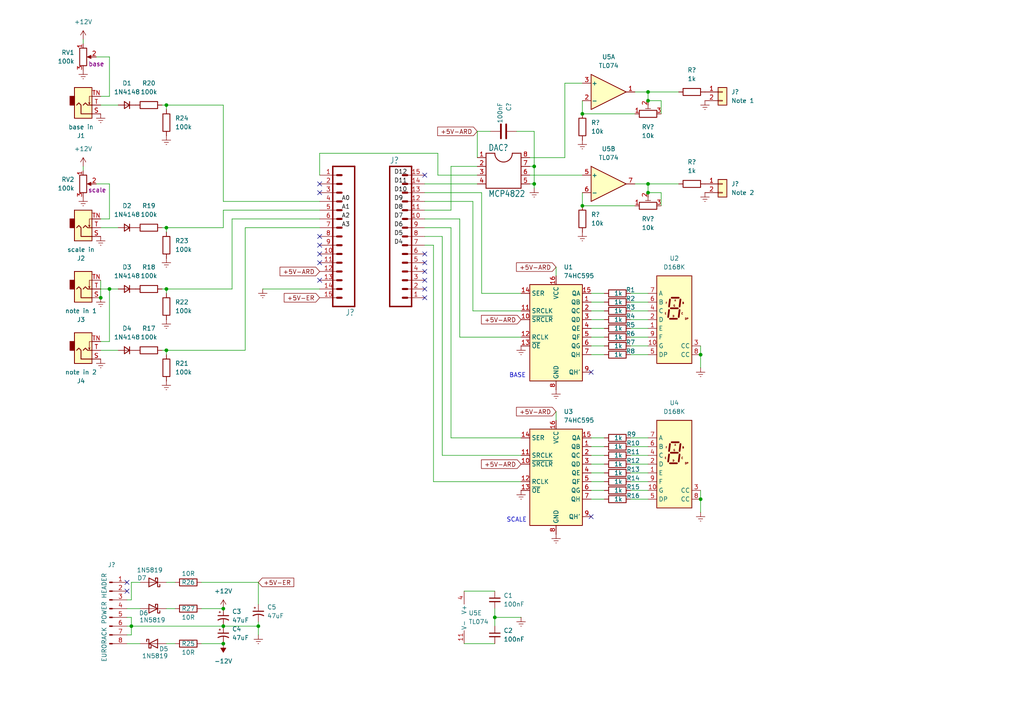
<source format=kicad_sch>
(kicad_sch (version 20231120) (generator "eeschema") (generator_version "8.0")
  (paper "A4")
  (lib_symbols
    (symbol "74xx:74HC595"
      (property "Reference" "U" (at -7.62 13.97 0))
      (property "Value" "74HC595" (at -7.62 -16.51 0))
      (symbol "74HC595_1_0"
        (pin tri_state line (at 10.16 7.62 180) (length 2.54) (name "QB") (number "1"))
        (pin input line (at -10.16 2.54 0) (length 2.54) (name "~{SRCLR}") (number "10"))
        (pin input line (at -10.16 5.08 0) (length 2.54) (name "SRCLK") (number "11"))
        (pin input line (at -10.16 -2.54 0) (length 2.54) (name "RCLK") (number "12"))
        (pin input line (at -10.16 -5.08 0) (length 2.54) (name "~{OE}") (number "13"))
        (pin input line (at -10.16 10.16 0) (length 2.54) (name "SER") (number "14"))
        (pin tri_state line (at 10.16 10.16 180) (length 2.54) (name "QA") (number "15"))
        (pin power_in line (at 0 15.24 270) (length 2.54) (name "VCC") (number "16"))
        (pin tri_state line (at 10.16 5.08 180) (length 2.54) (name "QC") (number "2"))
        (pin tri_state line (at 10.16 2.54 180) (length 2.54) (name "QD") (number "3"))
        (pin tri_state line (at 10.16 0 180) (length 2.54) (name "QE") (number "4"))
        (pin tri_state line (at 10.16 -2.54 180) (length 2.54) (name "QF") (number "5"))
        (pin tri_state line (at 10.16 -5.08 180) (length 2.54) (name "QG") (number "6"))
        (pin tri_state line (at 10.16 -7.62 180) (length 2.54) (name "QH") (number "7"))
        (pin power_in line (at 0 -17.78 90) (length 2.54) (name "GND") (number "8"))
        (pin output line (at 10.16 -12.7 180) (length 2.54) (name "QH'") (number "9"))
      )
    )
    (symbol "Amplifier_Operational:TL074" (pin_names (offset 0.127))
      (property "Reference" "U" (at 0 5.08 0))
      (property "Value" "TL074" (at 0 -5.08 0))
      (symbol "TL074_1_1"
        (pin output line (at 7.62 0 180) (length 2.54) (name "~") (number "1"))
        (pin input line (at -7.62 -2.54 0) (length 2.54) (name "-") (number "2"))
        (pin input line (at -7.62 2.54 0) (length 2.54) (name "+") (number "3"))
      )
      (symbol "TL074_2_1"
        (pin input line (at -7.62 2.54 0) (length 2.54) (name "+") (number "5"))
        (pin input line (at -7.62 -2.54 0) (length 2.54) (name "-") (number "6"))
        (pin output line (at 7.62 0 180) (length 2.54) (name "~") (number "7"))
      )
      (symbol "TL074_3_1"
        (pin input line (at -7.62 2.54 0) (length 2.54) (name "+") (number "10"))
        (pin output line (at 7.62 0 180) (length 2.54) (name "~") (number "8"))
        (pin input line (at -7.62 -2.54 0) (length 2.54) (name "-") (number "9"))
      )
      (symbol "TL074_4_1"
        (pin input line (at -7.62 2.54 0) (length 2.54) (name "+") (number "12"))
        (pin input line (at -7.62 -2.54 0) (length 2.54) (name "-") (number "13"))
        (pin output line (at 7.62 0 180) (length 2.54) (name "~") (number "14"))
      )
      (symbol "TL074_5_1"
        (pin power_in line (at -2.54 -7.62 90) (length 3.81) (name "V-") (number "11"))
        (pin power_in line (at -2.54 7.62 270) (length 3.81) (name "V+") (number "4"))
      )
    )
    (symbol "Connector:Conn_01x08_Pin" (pin_names (offset 1.016) hide)
      (property "Reference" "J" (at 0 10.16 0))
      (property "Value" "Conn_01x08_Pin" (at 0 -12.7 0))
      (symbol "Conn_01x08_Pin_1_1"
        (pin passive line (at 5.08 7.62 180) (length 3.81) (name "Pin_1") (number "1"))
        (pin passive line (at 5.08 5.08 180) (length 3.81) (name "Pin_2") (number "2"))
        (pin passive line (at 5.08 2.54 180) (length 3.81) (name "Pin_3") (number "3"))
        (pin passive line (at 5.08 0 180) (length 3.81) (name "Pin_4") (number "4"))
        (pin passive line (at 5.08 -2.54 180) (length 3.81) (name "Pin_5") (number "5"))
        (pin passive line (at 5.08 -5.08 180) (length 3.81) (name "Pin_6") (number "6"))
        (pin passive line (at 5.08 -7.62 180) (length 3.81) (name "Pin_7") (number "7"))
        (pin passive line (at 5.08 -10.16 180) (length 3.81) (name "Pin_8") (number "8"))
      )
    )
    (symbol "Connector_Audio:AudioJack2_SwitchT"
      (property "Reference" "J" (at 0 8.89 0))
      (property "Value" "AudioJack2_SwitchT" (at 0 6.35 0))
      (symbol "AudioJack2_SwitchT_1_1"
        (pin passive line (at 5.08 2.54 180) (length 2.54) (name "~") (number "S"))
        (pin passive line (at 5.08 0 180) (length 2.54) (name "~") (number "T"))
        (pin passive line (at 5.08 -2.54 180) (length 2.54) (name "~") (number "TN"))
      )
    )
    (symbol "Connector_Generic:Conn_01x02" (pin_names (offset 1.016) hide)
      (property "Reference" "J" (at 0 2.54 0))
      (property "Value" "Conn_01x02" (at 0 -5.08 0))
      (symbol "Conn_01x02_1_1"
        (pin passive line (at -5.08 0 0) (length 3.81) (name "Pin_1") (number "1"))
        (pin passive line (at -5.08 -2.54 0) (length 3.81) (name "Pin_2") (number "2"))
      )
    )
    (symbol "Device:C" (pin_numbers hide) (pin_names (offset 0.254))
      (property "Reference" "C" (at 0.635 2.54 0))
      (property "Value" "C" (at 0.635 -2.54 0))
      (symbol "C_1_1"
        (pin passive line (at 0 3.81 270) (length 2.794) (name "~") (number "1"))
        (pin passive line (at 0 -3.81 90) (length 2.794) (name "~") (number "2"))
      )
    )
    (symbol "Device:C_Polarized_Small_US" (pin_numbers hide) (pin_names (offset 0.254) hide)
      (property "Reference" "C" (at 0.254 1.778 0))
      (property "Value" "C_Polarized_Small_US" (at 0.254 -2.032 0))
      (symbol "C_Polarized_Small_US_1_1"
        (pin passive line (at 0 2.54 270) (length 2.032) (name "~") (number "1"))
        (pin passive line (at 0 -2.54 90) (length 2.032) (name "~") (number "2"))
      )
    )
    (symbol "Device:C_Small" (pin_numbers hide) (pin_names (offset 0.254) hide)
      (property "Reference" "C" (at 0.254 1.778 0))
      (property "Value" "C_Small" (at 0.254 -2.032 0))
      (symbol "C_Small_1_1"
        (pin passive line (at 0 2.54 270) (length 2.032) (name "~") (number "1"))
        (pin passive line (at 0 -2.54 90) (length 2.032) (name "~") (number "2"))
      )
    )
    (symbol "Device:D_Small" (pin_numbers hide) (pin_names (offset 0.254) hide)
      (property "Reference" "D" (at -1.27 2.032 0))
      (property "Value" "D_Small" (at -3.81 -2.032 0))
      (symbol "D_Small_1_1"
        (pin passive line (at -2.54 0 0) (length 1.778) (name "K") (number "1"))
        (pin passive line (at 2.54 0 180) (length 1.778) (name "A") (number "2"))
      )
    )
    (symbol "Device:R" (pin_numbers hide) (pin_names (offset 0))
      (property "Reference" "R" (at 2.032 0 90))
      (property "Value" "R" (at 0 0 90))
      (symbol "R_1_1"
        (pin passive line (at 0 3.81 270) (length 1.27) (name "~") (number "1"))
        (pin passive line (at 0 -3.81 90) (length 1.27) (name "~") (number "2"))
      )
    )
    (symbol "Device:R_Potentiometer" (pin_names (offset 1.016) hide)
      (property "Reference" "RV" (at -4.445 0 90))
      (property "Value" "R_Potentiometer" (at -2.54 0 90))
      (symbol "R_Potentiometer_1_1"
        (pin passive line (at 0 3.81 270) (length 1.27) (name "1") (number "1"))
        (pin passive line (at 3.81 0 180) (length 1.27) (name "2") (number "2"))
        (pin passive line (at 0 -3.81 90) (length 1.27) (name "3") (number "3"))
      )
    )
    (symbol "Device:R_Potentiometer_Trim" (pin_names (offset 1.016) hide)
      (property "Reference" "RV" (at -4.445 0 90))
      (property "Value" "R_Potentiometer_Trim" (at -2.54 0 90))
      (symbol "R_Potentiometer_Trim_1_1"
        (pin passive line (at 0 3.81 270) (length 1.27) (name "1") (number "1"))
        (pin passive line (at 3.81 0 180) (length 1.27) (name "2") (number "2"))
        (pin passive line (at 0 -3.81 90) (length 1.27) (name "3") (number "3"))
      )
    )
    (symbol "Diode:1N5819" (pin_numbers hide) (pin_names (offset 1.016) hide)
      (property "Reference" "D" (at 0 2.54 0))
      (property "Value" "1N5819" (at 0 -2.54 0))
      (symbol "1N5819_1_1"
        (pin passive line (at -3.81 0 0) (length 2.54) (name "K") (number "1"))
        (pin passive line (at 3.81 0 180) (length 2.54) (name "A") (number "2"))
      )
    )
    (symbol "Display_Character:D168K"
      (property "Reference" "U" (at -2.54 13.97 0))
      (property "Value" "D168K" (at 1.27 13.97 0))
      (symbol "D168K_0_0"
        (text "A" (at 0.254 5.588 0) (effects (font (size 0.508 0.508))))
        (text "B" (at 2.54 4.826 0) (effects (font (size 0.508 0.508))))
        (text "C" (at 2.286 1.778 0) (effects (font (size 0.508 0.508))))
        (text "D" (at -0.254 1.016 0) (effects (font (size 0.508 0.508))))
        (text "DP" (at 3.556 0.254 0) (effects (font (size 0.508 0.508))))
        (text "E" (at -2.54 1.778 0) (effects (font (size 0.508 0.508))))
        (text "F" (at -2.286 4.826 0) (effects (font (size 0.508 0.508))))
        (text "G" (at 0 4.064 0) (effects (font (size 0.508 0.508))))
      )
      (symbol "D168K_1_1"
        (pin input line (at -7.62 -2.54 0) (length 2.54) (name "E") (number "1"))
        (pin input line (at -7.62 -7.62 0) (length 2.54) (name "G") (number "10"))
        (pin input line (at -7.62 0 0) (length 2.54) (name "D") (number "2"))
        (pin input line (at 7.62 -7.62 180) (length 2.54) (name "CC") (number "3"))
        (pin input line (at -7.62 2.54 0) (length 2.54) (name "C") (number "4"))
        (pin input line (at -7.62 -10.16 0) (length 2.54) (name "DP") (number "5"))
        (pin input line (at -7.62 5.08 0) (length 2.54) (name "B") (number "6"))
        (pin input line (at -7.62 7.62 0) (length 2.54) (name "A") (number "7"))
        (pin input line (at 7.62 -10.16 180) (length 2.54) (name "CC") (number "8"))
        (pin input line (at -7.62 -5.08 0) (length 2.54) (name "F") (number "9"))
      )
    )
    (symbol "midi-to-cv-arduino-eagle-import:DIL8S"
      (property "Reference" "IC" (at -4.445 4.445 0))
      (symbol "DIL8S_1_0"
        (pin passive line (at -7.62 2.54 0) (length 2.54) (name "1") (number "1"))
        (pin passive line (at -7.62 0 0) (length 2.54) (name "2") (number "2"))
        (pin passive line (at -7.62 -2.54 0) (length 2.54) (name "3") (number "3"))
        (pin passive line (at -7.62 -5.08 0) (length 2.54) (name "4") (number "4"))
        (pin passive line (at 7.62 -5.08 180) (length 2.54) (name "5") (number "5"))
        (pin passive line (at 7.62 -2.54 180) (length 2.54) (name "6") (number "6"))
        (pin passive line (at 7.62 0 180) (length 2.54) (name "7") (number "7"))
        (pin passive line (at 7.62 2.54 180) (length 2.54) (name "8") (number "8"))
      )
    )
    (symbol "midi-to-cv-arduino-eagle-import:M15"
      (property "Reference" "J" (at 0 21.082 0))
      (symbol "M15_1_0"
        (pin passive line (at 10.16 -17.78 180) (length 5.08) (name "1") (number "1"))
        (pin passive line (at 10.16 5.08 180) (length 5.08) (name "10") (number "10"))
        (pin passive line (at 10.16 7.62 180) (length 5.08) (name "11") (number "11"))
        (pin passive line (at 10.16 10.16 180) (length 5.08) (name "12") (number "12"))
        (pin passive line (at 10.16 12.7 180) (length 5.08) (name "13") (number "13"))
        (pin passive line (at 10.16 15.24 180) (length 5.08) (name "14") (number "14"))
        (pin passive line (at 10.16 17.78 180) (length 5.08) (name "15") (number "15"))
        (pin passive line (at 10.16 -15.24 180) (length 5.08) (name "2") (number "2"))
        (pin passive line (at 10.16 -12.7 180) (length 5.08) (name "3") (number "3"))
        (pin passive line (at 10.16 -10.16 180) (length 5.08) (name "4") (number "4"))
        (pin passive line (at 10.16 -7.62 180) (length 5.08) (name "5") (number "5"))
        (pin passive line (at 10.16 -5.08 180) (length 5.08) (name "6") (number "6"))
        (pin passive line (at 10.16 -2.54 180) (length 5.08) (name "7") (number "7"))
        (pin passive line (at 10.16 0 180) (length 5.08) (name "8") (number "8"))
        (pin passive line (at 10.16 2.54 180) (length 5.08) (name "9") (number "9"))
      )
    )
    (symbol "power:+12V" (power) (pin_numbers hide) (pin_names (offset 0) hide)
      (property "Value" "+12V" (at 0 3.556 0))
      (symbol "+12V_1_1"
        (pin power_in line (at 0 0 90) (length 0) (name "~") (number "1"))
      )
    )
    (symbol "power:-12V" (power) (pin_numbers hide) (pin_names (offset 0) hide)
      (property "Value" "-12V" (at 0 3.556 0))
      (symbol "-12V_0_0"
        (pin power_in line (at 0 0 90) (length 0) (name "~") (number "1"))
      )
    )
    (symbol "power:GNDREF" (power) (pin_numbers hide) (pin_names (offset 0) hide)
      (property "Value" "GNDREF" (at 0 -3.81 0))
      (symbol "GNDREF_1_1"
        (pin power_in line (at 0 0 270) (length 0) (name "~") (number "1"))
      )
    )
  )
  (junction (at 38.1 181.61))
  (junction (at 187.96 53.34))
  (junction (at 64.77 186.69))
  (junction (at 154.94 48.26))
  (junction (at 29.21 86.36))
  (junction (at 48.26 66.04))
  (junction (at 187.96 26.67))
  (junction (at 168.91 59.69))
  (junction (at 64.77 181.61))
  (junction (at 203.2 144.78))
  (junction (at 48.26 83.82))
  (junction (at 64.77 176.53))
  (junction (at 187.96 29.21))
  (junction (at 203.2 102.87))
  (junction (at 31.75 83.82))
  (junction (at 168.91 33.02))
  (junction (at 48.26 101.6))
  (junction (at 187.96 55.88))
  (junction (at 74.93 181.61))
  (junction (at 154.94 53.34))
  (junction (at 48.26 30.48))
  (junction (at 143.51 179.07))
  (no_connect (at 123.19 81.28))
  (no_connect (at 123.19 50.8))
  (no_connect (at 92.71 68.58))
  (no_connect (at 171.45 107.95))
  (no_connect (at 36.83 171.45))
  (no_connect (at 123.19 83.82))
  (no_connect (at 92.71 71.12))
  (no_connect (at 92.71 73.66))
  (no_connect (at 171.45 149.86))
  (no_connect (at 92.71 55.88))
  (no_connect (at 123.19 73.66))
  (no_connect (at 36.83 168.91))
  (no_connect (at 123.19 78.74))
  (no_connect (at 92.71 53.34))
  (no_connect (at 92.71 81.28))
  (no_connect (at 123.19 76.2))
  (no_connect (at 123.19 86.36))
  (no_connect (at 92.71 76.2))
  (wire (pts (xy 151.13 85.09) (xy 139.7 85.09)))
  (wire (pts (xy 149.86 38.1) (xy 154.94 38.1)))
  (wire (pts (xy 187.96 29.21) (xy 191.77 29.21)))
  (wire (pts (xy 38.1 168.91) (xy 38.1 173.99)))
  (wire (pts (xy 191.77 29.21) (xy 191.77 33.02)))
  (wire (pts (xy 29.21 66.04) (xy 34.29 66.04)))
  (wire (pts (xy 130.81 48.26) (xy 130.81 60.96)) (stroke (width 0.1524)))
  (wire (pts (xy 127 44.45) (xy 92.71 44.45)) (stroke (width 0.1524)))
  (wire (pts (xy 128.27 132.08) (xy 128.27 68.58)))
  (wire (pts (xy 24.13 48.26) (xy 24.13 49.53)))
  (wire (pts (xy 24.13 11.43) (xy 24.13 12.7)))
  (wire (pts (xy 203.2 148.59) (xy 203.2 144.78)))
  (wire (pts (xy 187.96 100.33) (xy 182.88 100.33)))
  (wire (pts (xy 71.12 66.04) (xy 71.12 101.6)))
  (wire (pts (xy 154.94 38.1) (xy 154.94 48.26)))
  (wire (pts (xy 74.93 168.91) (xy 58.42 168.91)))
  (wire (pts (xy 154.94 48.26) (xy 154.94 53.34)))
  (wire (pts (xy 153.67 50.8) (xy 168.91 50.8)) (stroke (width 0.1524)))
  (wire (pts (xy 64.77 66.04) (xy 48.26 66.04)))
  (wire (pts (xy 38.1 181.61) (xy 64.77 181.61)))
  (wire (pts (xy 123.19 71.12) (xy 125.73 71.12)))
  (wire (pts (xy 29.21 99.06) (xy 31.75 99.06)))
  (wire (pts (xy 48.26 30.48) (xy 46.99 30.48)))
  (wire (pts (xy 187.96 132.08) (xy 182.88 132.08)))
  (wire (pts (xy 48.26 66.04) (xy 46.99 66.04)))
  (wire (pts (xy 175.26 92.71) (xy 171.45 92.71)))
  (wire (pts (xy 187.96 139.7) (xy 182.88 139.7)))
  (wire (pts (xy 187.96 137.16) (xy 182.88 137.16)))
  (wire (pts (xy 74.93 180.34) (xy 74.93 181.61)))
  (wire (pts (xy 154.94 54.61) (xy 154.94 53.34)))
  (wire (pts (xy 74.93 168.91) (xy 74.93 175.26)))
  (wire (pts (xy 127 50.8) (xy 127 44.45)) (stroke (width 0.1524)))
  (wire (pts (xy 161.29 119.38) (xy 161.29 121.92)))
  (wire (pts (xy 29.21 101.6) (xy 34.29 101.6)))
  (wire (pts (xy 175.26 129.54) (xy 171.45 129.54)))
  (wire (pts (xy 31.75 53.34) (xy 31.75 63.5)))
  (wire (pts (xy 38.1 184.15) (xy 36.83 184.15)))
  (wire (pts (xy 184.15 26.67) (xy 187.96 26.67)) (stroke (width 0.1524)))
  (wire (pts (xy 64.77 181.61) (xy 74.93 181.61)))
  (wire (pts (xy 175.26 87.63) (xy 171.45 87.63)))
  (wire (pts (xy 134.62 171.45) (xy 143.51 171.45)))
  (wire (pts (xy 31.75 63.5) (xy 29.21 63.5)))
  (wire (pts (xy 48.26 101.6) (xy 71.12 101.6)))
  (wire (pts (xy 38.1 179.07) (xy 36.83 179.07)))
  (wire (pts (xy 187.96 26.67) (xy 187.96 29.21)) (stroke (width 0.1524)))
  (wire (pts (xy 92.71 66.04) (xy 71.12 66.04)))
  (wire (pts (xy 38.1 173.99) (xy 36.83 173.99)))
  (wire (pts (xy 187.96 53.34) (xy 196.85 53.34)) (stroke (width 0.1524)))
  (wire (pts (xy 161.29 77.47) (xy 161.29 80.01)))
  (wire (pts (xy 187.96 127) (xy 182.88 127)))
  (wire (pts (xy 48.26 31.75) (xy 48.26 30.48)))
  (wire (pts (xy 175.26 90.17) (xy 171.45 90.17)))
  (wire (pts (xy 92.71 63.5) (xy 67.31 63.5)))
  (wire (pts (xy 137.16 90.17) (xy 137.16 58.42)))
  (wire (pts (xy 151.13 179.07) (xy 143.51 179.07)))
  (wire (pts (xy 64.77 60.96) (xy 64.77 66.04)))
  (wire (pts (xy 76.2 83.82) (xy 92.71 83.82)))
  (wire (pts (xy 29.21 27.94) (xy 31.75 27.94)))
  (wire (pts (xy 46.99 101.6) (xy 48.26 101.6)))
  (wire (pts (xy 48.26 67.31) (xy 48.26 66.04)))
  (wire (pts (xy 175.26 95.25) (xy 171.45 95.25)))
  (wire (pts (xy 133.35 63.5) (xy 123.19 63.5)))
  (wire (pts (xy 137.16 58.42) (xy 123.19 58.42)))
  (wire (pts (xy 163.83 45.72) (xy 153.67 45.72)) (stroke (width 0.1524)))
  (wire (pts (xy 133.35 97.79) (xy 133.35 63.5)))
  (wire (pts (xy 187.96 90.17) (xy 182.88 90.17)))
  (wire (pts (xy 187.96 134.62) (xy 182.88 134.62)))
  (wire (pts (xy 187.96 53.34) (xy 187.96 55.88)) (stroke (width 0.1524)))
  (wire (pts (xy 64.77 58.42) (xy 64.77 30.48)))
  (wire (pts (xy 29.21 30.48) (xy 34.29 30.48)))
  (wire (pts (xy 36.83 186.69) (xy 40.64 186.69)))
  (wire (pts (xy 187.96 55.88) (xy 191.77 55.88)))
  (wire (pts (xy 175.26 85.09) (xy 171.45 85.09)))
  (wire (pts (xy 143.51 179.07) (xy 143.51 176.53)))
  (wire (pts (xy 58.42 186.69) (xy 64.77 186.69)))
  (wire (pts (xy 27.94 16.51) (xy 31.75 16.51)))
  (wire (pts (xy 175.26 139.7) (xy 171.45 139.7)))
  (wire (pts (xy 139.7 85.09) (xy 139.7 55.88)))
  (wire (pts (xy 29.21 81.28) (xy 29.21 86.36)))
  (wire (pts (xy 138.43 38.1) (xy 142.24 38.1)))
  (wire (pts (xy 187.96 85.09) (xy 182.88 85.09)))
  (wire (pts (xy 153.67 53.34) (xy 154.94 53.34)) (stroke (width 0.1524)))
  (wire (pts (xy 168.91 33.02) (xy 168.91 29.21)) (stroke (width 0.1524)))
  (wire (pts (xy 175.26 127) (xy 171.45 127)))
  (wire (pts (xy 125.73 71.12) (xy 125.73 139.7)))
  (wire (pts (xy 138.43 38.1) (xy 138.43 45.72)) (stroke (width 0.1524)))
  (wire (pts (xy 134.62 186.69) (xy 143.51 186.69)))
  (wire (pts (xy 31.75 16.51) (xy 31.75 27.94)))
  (wire (pts (xy 139.7 55.88) (xy 123.19 55.88)))
  (wire (pts (xy 168.91 59.69) (xy 168.91 55.88)) (stroke (width 0.1524)))
  (wire (pts (xy 38.1 181.61) (xy 38.1 184.15)))
  (wire (pts (xy 163.83 24.13) (xy 168.91 24.13)) (stroke (width 0.1524)))
  (wire (pts (xy 187.96 102.87) (xy 182.88 102.87)))
  (wire (pts (xy 40.64 168.91) (xy 38.1 168.91)))
  (wire (pts (xy 187.96 95.25) (xy 182.88 95.25)))
  (wire (pts (xy 92.71 60.96) (xy 64.77 60.96)))
  (wire (pts (xy 184.15 59.69) (xy 168.91 59.69)) (stroke (width 0.1524)))
  (wire (pts (xy 175.26 132.08) (xy 171.45 132.08)))
  (wire (pts (xy 92.71 58.42) (xy 64.77 58.42)))
  (wire (pts (xy 191.77 55.88) (xy 191.77 59.69)))
  (wire (pts (xy 38.1 181.61) (xy 36.83 181.61)))
  (wire (pts (xy 151.13 97.79) (xy 133.35 97.79)))
  (wire (pts (xy 175.26 134.62) (xy 171.45 134.62)))
  (wire (pts (xy 184.15 53.34) (xy 187.96 53.34)) (stroke (width 0.1524)))
  (wire (pts (xy 74.93 184.15) (xy 74.93 181.61)))
  (wire (pts (xy 58.42 176.53) (xy 64.77 176.53)))
  (wire (pts (xy 143.51 179.07) (xy 143.51 181.61)))
  (wire (pts (xy 163.83 24.13) (xy 163.83 45.72)) (stroke (width 0.1524)))
  (wire (pts (xy 187.96 129.54) (xy 182.88 129.54)))
  (wire (pts (xy 48.26 83.82) (xy 46.99 83.82)))
  (wire (pts (xy 125.73 139.7) (xy 151.13 139.7)))
  (wire (pts (xy 48.26 168.91) (xy 50.8 168.91)))
  (wire (pts (xy 123.19 53.34) (xy 138.43 53.34)) (stroke (width 0.1524)))
  (wire (pts (xy 187.96 92.71) (xy 182.88 92.71)))
  (wire (pts (xy 175.26 100.33) (xy 171.45 100.33)))
  (wire (pts (xy 130.81 66.04) (xy 130.81 127)))
  (wire (pts (xy 67.31 83.82) (xy 48.26 83.82)))
  (wire (pts (xy 203.2 142.24) (xy 203.2 144.78)))
  (wire (pts (xy 138.43 48.26) (xy 130.81 48.26)) (stroke (width 0.1524)))
  (wire (pts (xy 31.75 83.82) (xy 31.75 99.06)))
  (wire (pts (xy 67.31 63.5) (xy 67.31 83.82)))
  (wire (pts (xy 151.13 132.08) (xy 128.27 132.08)))
  (wire (pts (xy 187.96 26.67) (xy 196.85 26.67)) (stroke (width 0.1524)))
  (wire (pts (xy 29.21 83.82) (xy 31.75 83.82)))
  (wire (pts (xy 48.26 85.09) (xy 48.26 83.82)))
  (wire (pts (xy 92.71 44.45) (xy 92.71 50.8)) (stroke (width 0.1524)))
  (wire (pts (xy 48.26 186.69) (xy 50.8 186.69)))
  (wire (pts (xy 36.83 176.53) (xy 40.64 176.53)))
  (wire (pts (xy 48.26 176.53) (xy 50.8 176.53)))
  (wire (pts (xy 175.26 97.79) (xy 171.45 97.79)))
  (wire (pts (xy 175.26 102.87) (xy 171.45 102.87)))
  (wire (pts (xy 151.13 90.17) (xy 137.16 90.17)))
  (wire (pts (xy 123.19 66.04) (xy 130.81 66.04)))
  (wire (pts (xy 38.1 179.07) (xy 38.1 181.61)))
  (wire (pts (xy 175.26 144.78) (xy 171.45 144.78)))
  (wire (pts (xy 27.94 53.34) (xy 31.75 53.34)))
  (wire (pts (xy 175.26 142.24) (xy 171.45 142.24)))
  (wire (pts (xy 187.96 142.24) (xy 182.88 142.24)))
  (wire (pts (xy 31.75 83.82) (xy 34.29 83.82)))
  (wire (pts (xy 130.81 60.96) (xy 123.19 60.96)) (stroke (width 0.1524)))
  (wire (pts (xy 184.15 33.02) (xy 168.91 33.02)) (stroke (width 0.1524)))
  (wire (pts (xy 130.81 127) (xy 151.13 127)))
  (wire (pts (xy 203.2 100.33) (xy 203.2 102.87)))
  (wire (pts (xy 175.26 137.16) (xy 171.45 137.16)))
  (wire (pts (xy 128.27 68.58) (xy 123.19 68.58)))
  (wire (pts (xy 153.67 48.26) (xy 154.94 48.26)))
  (wire (pts (xy 187.96 87.63) (xy 182.88 87.63)))
  (wire (pts (xy 64.77 30.48) (xy 48.26 30.48)))
  (wire (pts (xy 48.26 102.87) (xy 48.26 101.6)))
  (wire (pts (xy 187.96 144.78) (xy 182.88 144.78)))
  (wire (pts (xy 187.96 97.79) (xy 182.88 97.79)))
  (wire (pts (xy 127 50.8) (xy 138.43 50.8)) (stroke (width 0.1524)))
  (wire (pts (xy 203.2 106.68) (xy 203.2 102.87)))
  (text "SCALE" (at 149.86 150.876 0) (effects (font (size 1.27 1.27))))
  (text "BASE" (at 150.114 108.966 0) (effects (font (size 1.27 1.27))))
  (label "D11" (at 114.3 53.34 0) (effects (font (size 1.2446 1.2446))))
  (label "A3" (at 99.06 66.04 0) (effects (font (size 1.2446 1.2446))))
  (label "A2" (at 99.06 63.5 0) (effects (font (size 1.2446 1.2446))))
  (label "D12" (at 114.3 50.8 0) (effects (font (size 1.2446 1.2446))))
  (label "D4" (at 114.3 71.12 0) (effects (font (size 1.2446 1.2446))))
  (label "A1" (at 99.06 60.96 0) (effects (font (size 1.2446 1.2446))))
  (label "D6" (at 114.3 66.04 0) (effects (font (size 1.2446 1.2446))))
  (label "D8" (at 114.3 60.96 0) (effects (font (size 1.2446 1.2446))))
  (label "D7" (at 114.3 63.5 0) (effects (font (size 1.2446 1.2446))))
  (label "D9" (at 114.3 58.42 0) (effects (font (size 1.2446 1.2446))))
  (label "D5" (at 114.3 68.58 0) (effects (font (size 1.2446 1.2446))))
  (label "A0" (at 99.06 58.42 0) (effects (font (size 1.2446 1.2446))))
  (label "D10" (at 114.3 55.88 0) (effects (font (size 1.2446 1.2446))))
  (global_label "+5V-ARD" (shape input) (at 161.29 119.38 180) (property "Intersheetrefs" "${INTERSHEET_REFS}" (effects (hide yes))))
  (global_label "+5V-ARD" (shape input) (at 138.43 38.1 180) (property "Intersheetrefs" "${INTERSHEET_REFS}" (effects (hide yes))))
  (global_label "+5V-ER" (shape input) (at 74.93 168.91 0) (property "Intersheetrefs" "${INTERSHEET_REFS}" (effects (hide yes))))
  (global_label "+5V-ARD" (shape input) (at 92.71 78.74 180) (property "Intersheetrefs" "${INTERSHEET_REFS}" (effects (hide yes))))
  (global_label "+5V-ARD" (shape input) (at 161.29 77.47 180) (property "Intersheetrefs" "${INTERSHEET_REFS}" (effects (hide yes))))
  (global_label "+5V-ER" (shape input) (at 92.71 86.36 180) (property "Intersheetrefs" "${INTERSHEET_REFS}" (effects (hide yes))))
  (global_label "+5V-ARD" (shape input) (at 151.13 134.62 180) (property "Intersheetrefs" "${INTERSHEET_REFS}" (effects (hide yes))))
  (global_label "+5V-ARD" (shape input) (at 151.13 92.71 180) (property "Intersheetrefs" "${INTERSHEET_REFS}" (effects (hide yes))))
  (symbol (lib_id "Device:R") (at 179.07 127 90) (unit 1)
    (property "Reference" "R9" (at 183.134 125.984 90))
    (property "Value" "1k" (at 179.324 127 90))
    (property "Description" "Resistor" (effects (hide yes)))
  )
  (symbol (lib_id "Device:R") (at 48.26 71.12 180) (unit 1)
    (property "Reference" "R23" (at 50.8 69.8499 0) (effects (justify right)))
    (property "Value" "100k" (at 50.8 72.3899 0) (effects (justify right)))
    (property "Description" "Resistor" (effects (hide yes)))
  )
  (symbol (lib_id "Device:D_Small") (at 36.83 101.6 180) (unit 1)
    (property "Reference" "D4" (at 36.83 95.25 0))
    (property "Value" "1N4148" (at 36.83 97.79 0))
    (property "Description" "Diode, small symbol" (effects (hide yes)))
    (property "Sim.Device" "D" (effects (hide yes)))
    (property "Sim.Pins" "1=K 2=A" (effects (hide yes)))
  )
  (symbol (lib_id "Device:C_Small") (at 143.51 173.99 0) (unit 1)
    (property "Reference" "C1" (at 146.05 172.7262 0) (effects (justify left)))
    (property "Value" "100nF" (at 146.05 175.2662 0) (effects (justify left)))
    (property "Description" "Unpolarized capacitor, small symbol" (effects (hide yes)))
  )
  (symbol (lib_id "Connector_Generic:Conn_01x02") (at 209.55 53.34 0) (unit 1)
    (property "Reference" "J?" (at 212.09 53.3399 0) (effects (justify left)))
    (property "Value" "Note 2" (at 212.09 55.8799 0) (effects (justify left)))
    (property "Description" "Generic connector, single row, 01x02, script generated (kicad-library-utils/schlib/autogen/connector/)" (effects (hide yes)))
  )
  (symbol (lib_id "Device:R_Potentiometer_Trim") (at 187.96 59.69 90) (unit 1)
    (property "Reference" "RV?" (at 187.96 63.5 90))
    (property "Value" "10k" (at 187.96 66.04 90))
    (property "Description" "Trim-potentiometer" (effects (hide yes)))
  )
  (symbol (lib_id "power:GNDREF") (at 203.2 106.68 0) (unit 1)
    (property "Reference" "#PWR02" (effects (hide yes)))
    (property "Value" "GNDREF" (effects (hide yes)))
    (property "Description" "Power symbol creates a global label with name \"GNDREF\" , reference supply ground" (effects (hide yes)))
  )
  (symbol (lib_id "Device:R") (at 179.07 90.17 90) (unit 1)
    (property "Reference" "R3" (at 182.88 89.154 90))
    (property "Value" "1k" (at 179.324 90.17 90))
    (property "Description" "Resistor" (effects (hide yes)))
  )
  (symbol (lib_id "Device:R_Potentiometer_Trim") (at 187.96 33.02 90) (unit 1)
    (property "Reference" "RV?" (at 187.96 36.83 90))
    (property "Value" "10k" (at 187.96 39.37 90))
    (property "Description" "Trim-potentiometer" (effects (hide yes)))
  )
  (symbol (lib_id "Device:C") (at 146.05 38.1 270) (unit 1)
    (property "Reference" "C?" (at 147.574 29.718 0) (effects (justify left)))
    (property "Value" "100nF" (at 145.034 29.718 0) (effects (justify left)))
    (property "Description" "Unpolarized capacitor" (effects (hide yes)))
  )
  (symbol (lib_id "power:GNDREF") (at 161.29 113.03 0) (unit 1)
    (property "Reference" "#PWR01" (effects (hide yes)))
    (property "Value" "GNDREF" (effects (hide yes)))
    (property "Description" "Power symbol creates a global label with name \"GNDREF\" , reference supply ground" (effects (hide yes)))
  )
  (symbol (lib_id "Connector_Generic:Conn_01x02") (at 209.55 26.67 0) (unit 1)
    (property "Reference" "J?" (at 212.09 26.6699 0) (effects (justify left)))
    (property "Value" "Note 1" (at 212.09 29.2099 0) (effects (justify left)))
    (property "Description" "Generic connector, single row, 01x02, script generated (kicad-library-utils/schlib/autogen/connector/)" (effects (hide yes)))
  )
  (symbol (lib_id "power:GNDREF") (at 24.13 20.32 0) (unit 1)
    (property "Reference" "#PWR011" (effects (hide yes)))
    (property "Value" "GNDREF" (effects (hide yes)))
    (property "Description" "Power symbol creates a global label with name \"GNDREF\" , reference supply ground" (effects (hide yes)))
  )
  (symbol (lib_id "Device:R") (at 179.07 97.79 90) (unit 1)
    (property "Reference" "R6" (at 182.88 96.774 90))
    (property "Value" "1k" (at 179.324 97.79 90))
    (property "Description" "Resistor" (effects (hide yes)))
  )
  (symbol (lib_id "Device:D_Small") (at 36.83 30.48 180) (unit 1)
    (property "Reference" "D1" (at 36.83 24.13 0))
    (property "Value" "1N4148" (at 36.83 26.67 0))
    (property "Description" "Diode, small symbol" (effects (hide yes)))
    (property "Sim.Device" "D" (effects (hide yes)))
    (property "Sim.Pins" "1=K 2=A" (effects (hide yes)))
  )
  (symbol (lib_id "Diode:1N5819") (at 44.45 176.53 180) (unit 1)
    (property "Reference" "D6" (at 41.656 177.8 0))
    (property "Value" "1N5819" (at 44.196 179.832 0))
    (property "Footprint" "Diode_THT:D_DO-41_SOD81_P10.16mm_Horizontal" (effects (hide yes)))
    (property "Datasheet" "http://www.vishay.com/docs/88525/1n5817.pdf" (effects (hide yes)))
    (property "Description" "40V 1A Schottky Barrier Rectifier Diode, DO-41" (effects (hide yes)))
  )
  (symbol (lib_id "74xx:74HC595") (at 161.29 95.25 0) (unit 1)
    (property "Reference" "U1" (at 163.4841 77.47 0) (effects (justify left)))
    (property "Value" "74HC595" (at 163.4841 80.01 0) (effects (justify left)))
    (property "Datasheet" "http://www.ti.com/lit/ds/symlink/sn74hc595.pdf" (effects (hide yes)))
    (property "Description" "8-bit serial in/out Shift Register 3-State Outputs" (effects (hide yes)))
  )
  (symbol (lib_id "Device:R") (at 179.07 142.24 90) (unit 1)
    (property "Reference" "R15" (at 183.642 141.224 90))
    (property "Value" "1k" (at 179.324 142.24 90))
    (property "Description" "Resistor" (effects (hide yes)))
  )
  (symbol (lib_id "74xx:74HC595") (at 161.29 137.16 0) (unit 1)
    (property "Reference" "U3" (at 163.4841 119.38 0) (effects (justify left)))
    (property "Value" "74HC595" (at 163.4841 121.92 0) (effects (justify left)))
    (property "Datasheet" "http://www.ti.com/lit/ds/symlink/sn74hc595.pdf" (effects (hide yes)))
    (property "Description" "8-bit serial in/out Shift Register 3-State Outputs" (effects (hide yes)))
  )
  (symbol (lib_id "Diode:1N5819") (at 44.45 168.91 180) (unit 1)
    (property "Reference" "D7" (at 41.148 167.64 0))
    (property "Value" "1N5819" (at 43.434 165.354 0))
    (property "Footprint" "Diode_THT:D_DO-41_SOD81_P10.16mm_Horizontal" (effects (hide yes)))
    (property "Datasheet" "http://www.vishay.com/docs/88525/1n5817.pdf" (effects (hide yes)))
    (property "Description" "40V 1A Schottky Barrier Rectifier Diode, DO-41" (effects (hide yes)))
  )
  (symbol (lib_id "Device:R_Potentiometer") (at 24.13 16.51 0) (unit 1)
    (property "Reference" "RV1" (at 21.59 15.2399 0) (effects (justify right)))
    (property "Value" "100k" (at 21.59 17.7799 0) (effects (justify right)))
    (property "Description" "base" (at 27.94 18.542 0))
  )
  (symbol (lib_id "Device:R") (at 43.18 66.04 90) (unit 1)
    (property "Reference" "R19" (at 43.18 59.69 90))
    (property "Value" "100k" (at 43.18 62.23 90))
    (property "Description" "Resistor" (effects (hide yes)))
  )
  (symbol (lib_id "Device:R") (at 43.18 101.6 90) (unit 1)
    (property "Reference" "R17" (at 43.18 95.25 90))
    (property "Value" "100k" (at 43.18 97.79 90))
    (property "Description" "Resistor" (effects (hide yes)))
  )
  (symbol (lib_id "Device:D_Small") (at 36.83 83.82 180) (unit 1)
    (property "Reference" "D3" (at 36.83 77.47 0))
    (property "Value" "1N4148" (at 36.83 80.01 0))
    (property "Description" "Diode, small symbol" (effects (hide yes)))
    (property "Sim.Device" "D" (effects (hide yes)))
    (property "Sim.Pins" "1=K 2=A" (effects (hide yes)))
  )
  (symbol (lib_id "Device:D_Small") (at 36.83 66.04 180) (unit 1)
    (property "Reference" "D2" (at 36.83 59.69 0))
    (property "Value" "1N4148" (at 36.83 62.23 0))
    (property "Description" "Diode, small symbol" (effects (hide yes)))
    (property "Sim.Device" "D" (effects (hide yes)))
    (property "Sim.Pins" "1=K 2=A" (effects (hide yes)))
  )
  (symbol (lib_id "Connector_Audio:AudioJack2_SwitchT") (at 24.13 83.82 0) (mirror x) (unit 1)
    (property "Reference" "J3" (at 23.495 92.71 0))
    (property "Value" "note in 1" (at 23.495 90.17 0))
    (property "Description" "Audio Jack, 2 Poles (Mono / TS), Switched T Pole (Normalling)" (effects (hide yes)))
  )
  (symbol (lib_id "Device:R") (at 168.91 36.83 180) (unit 1)
    (property "Reference" "R?" (at 171.45 35.5599 0) (effects (justify right)))
    (property "Value" "10k" (at 171.45 38.0999 0) (effects (justify right)))
    (property "Description" "Resistor" (effects (hide yes)))
  )
  (symbol (lib_id "Connector_Audio:AudioJack2_SwitchT") (at 24.13 30.48 0) (mirror x) (unit 1)
    (property "Reference" "J1" (at 23.495 39.37 0))
    (property "Value" "base in" (at 23.495 36.83 0))
    (property "Description" "Audio Jack, 2 Poles (Mono / TS), Switched T Pole (Normalling)" (effects (hide yes)))
  )
  (symbol (lib_id "Device:R") (at 200.66 26.67 90) (unit 1)
    (property "Reference" "R?" (at 200.66 20.32 90))
    (property "Value" "1k" (at 200.66 22.86 90))
    (property "Description" "Resistor" (effects (hide yes)))
  )
  (symbol (lib_id "power:GNDREF") (at 151.13 179.07 0) (unit 1)
    (property "Reference" "#PWR020" (effects (hide yes)))
    (property "Value" "GNDREF" (effects (hide yes)))
    (property "Description" "Power symbol creates a global label with name \"GNDREF\" , reference supply ground" (effects (hide yes)))
  )
  (symbol (lib_id "Device:R") (at 179.07 134.62 90) (unit 1)
    (property "Reference" "R12" (at 183.642 133.604 90))
    (property "Value" "1k" (at 179.324 134.62 90))
    (property "Description" "Resistor" (effects (hide yes)))
  )
  (symbol (lib_id "Device:R") (at 179.07 102.87 90) (unit 1)
    (property "Reference" "R8" (at 182.88 101.854 90))
    (property "Value" "1k" (at 179.324 102.87 90))
    (property "Description" "Resistor" (effects (hide yes)))
  )
  (symbol (lib_id "Display_Character:D168K") (at 195.58 134.62 0) (unit 1)
    (property "Reference" "U4" (at 195.58 116.84 0))
    (property "Value" "D168K" (at 195.58 119.38 0))
    (property "Footprint" "Display_7Segment:D1X8K" (effects (hide yes)))
    (property "Datasheet" "https://ia800903.us.archive.org/24/items/CTKD1x8K/Cromatek%20D168K.pdf" (effects (hide yes)))
    (property "Description" "One digit 7 segment ultra bright red LED, low current, common cathode" (effects (hide yes)))
  )
  (symbol (lib_id "power:GNDREF") (at 74.93 184.15 0) (unit 1)
    (property "Reference" "#PWR023" (effects (hide yes)))
    (property "Value" "GNDREF" (effects (hide yes)))
    (property "Description" "Power symbol creates a global label with name \"GNDREF\" , reference supply ground" (effects (hide yes)))
  )
  (symbol (lib_id "power:GNDREF") (at 29.21 86.36 0) (unit 1)
    (property "Reference" "#PWR06" (effects (hide yes)))
    (property "Value" "GNDREF" (effects (hide yes)))
    (property "Description" "Power symbol creates a global label with name \"GNDREF\" , reference supply ground" (effects (hide yes)))
  )
  (symbol (lib_id "midi-to-cv-arduino-eagle-import:DIL8S") (at 146.05 48.26 0) (unit 1)
    (property "Reference" "DAC?" (at 141.605 43.815 0) (effects (font (size 1.778 1.5113)) (justify left bottom)))
    (property "Value" "MCP4822" (at 141.605 57.15 0) (effects (font (size 1.778 1.5113)) (justify left bottom)))
    (property "Footprint" "midi-to-cv-arduino:SOCKET-08" (effects (hide yes)))
  )
  (symbol (lib_id "Device:R") (at 48.26 88.9 180) (unit 1)
    (property "Reference" "R22" (at 50.8 87.6299 0) (effects (justify right)))
    (property "Value" "100k" (at 50.8 90.1699 0) (effects (justify right)))
    (property "Description" "Resistor" (effects (hide yes)))
  )
  (symbol (lib_id "power:GNDREF") (at 154.94 54.61 0) (unit 1)
    (property "Reference" "#PWR?" (effects (hide yes)))
    (property "Value" "GNDREF" (effects (hide yes)))
    (property "Description" "Power symbol creates a global label with name \"GNDREF\" , reference supply ground" (effects (hide yes)))
  )
  (symbol (lib_id "power:+12V") (at 64.77 176.53 0) (unit 1)
    (property "Reference" "#PWR022" (effects (hide yes)))
    (property "Value" "+12V" (at 64.77 171.45 0))
    (property "Description" "Power symbol creates a global label with name \"+12V\"" (effects (hide yes)))
  )
  (symbol (lib_id "power:GNDREF") (at 204.47 29.21 0) (unit 1)
    (property "Reference" "#PWR?" (effects (hide yes)))
    (property "Value" "GNDREF" (effects (hide yes)))
    (property "Description" "Power symbol creates a global label with name \"GNDREF\" , reference supply ground" (effects (hide yes)))
  )
  (symbol (lib_id "Device:R") (at 179.07 129.54 90) (unit 1)
    (property "Reference" "R10" (at 183.642 128.524 90))
    (property "Value" "1k" (at 179.324 129.54 90))
    (property "Description" "Resistor" (effects (hide yes)))
  )
  (symbol (lib_id "Device:R") (at 48.26 35.56 180) (unit 1)
    (property "Reference" "R24" (at 50.8 34.2899 0) (effects (justify right)))
    (property "Value" "100k" (at 50.8 36.8299 0) (effects (justify right)))
    (property "Description" "Resistor" (effects (hide yes)))
  )
  (symbol (lib_id "Connector:Conn_01x08_Pin") (at 31.75 176.53 0) (unit 1)
    (property "Reference" "J?" (at 32.385 163.83 0))
    (property "Value" "EURORACK POWER HEADER" (at 30.226 179.07 90))
    (property "Description" "Generic connector, single row, 01x08, script generated" (effects (hide yes)))
  )
  (symbol (lib_id "Device:R") (at 179.07 95.25 90) (unit 1)
    (property "Reference" "R5" (at 182.88 94.234 90))
    (property "Value" "1k" (at 179.324 95.25 90))
    (property "Description" "Resistor" (effects (hide yes)))
  )
  (symbol (lib_id "Device:R") (at 179.07 132.08 90) (unit 1)
    (property "Reference" "R11" (at 183.642 131.064 90))
    (property "Value" "1k" (at 179.324 132.08 90))
    (property "Description" "Resistor" (effects (hide yes)))
  )
  (symbol (lib_id "power:GNDREF") (at 24.13 57.15 0) (unit 1)
    (property "Reference" "#PWR012" (effects (hide yes)))
    (property "Value" "GNDREF" (effects (hide yes)))
    (property "Description" "Power symbol creates a global label with name \"GNDREF\" , reference supply ground" (effects (hide yes)))
  )
  (symbol (lib_id "midi-to-cv-arduino-eagle-import:M15") (at 113.03 68.58 0) (unit 1)
    (property "Reference" "J?" (at 113.03 47.498 0) (effects (font (size 1.778 1.5113)) (justify left bottom)))
    (property "Value" "M15" (effects (hide yes)))
    (property "Footprint" "midi-to-cv-arduino:1X15" (effects (hide yes)))
  )
  (symbol (lib_id "Device:C_Polarized_Small_US") (at 74.93 177.8 0) (unit 1)
    (property "Reference" "C5" (at 77.47 176.0981 0) (effects (justify left)))
    (property "Value" "47uF" (at 77.47 178.6381 0) (effects (justify left)))
    (property "Description" "Polarized capacitor, small US symbol" (effects (hide yes)))
  )
  (symbol (lib_id "Amplifier_Operational:TL074") (at 176.53 26.67 0) (unit 1)
    (property "Reference" "U5" (at 176.53 16.51 0))
    (property "Value" "TL074" (at 176.53 19.05 0))
    (property "Datasheet" "http://www.ti.com/lit/ds/symlink/tl071.pdf" (effects (hide yes)))
    (property "Description" "Quad Low-Noise JFET-Input Operational Amplifiers, DIP-14/SOIC-14" (effects (hide yes)))
  )
  (symbol (lib_id "power:GNDREF") (at 161.29 154.94 0) (unit 1)
    (property "Reference" "#PWR03" (effects (hide yes)))
    (property "Value" "GNDREF" (effects (hide yes)))
    (property "Description" "Power symbol creates a global label with name \"GNDREF\" , reference supply ground" (effects (hide yes)))
  )
  (symbol (lib_id "Diode:1N5819") (at 44.45 186.69 0) (unit 1)
    (property "Reference" "D5" (at 47.498 188.214 0))
    (property "Value" "1N5819" (at 44.958 190.246 0))
    (property "Footprint" "Diode_THT:D_DO-41_SOD81_P10.16mm_Horizontal" (effects (hide yes)))
    (property "Datasheet" "http://www.vishay.com/docs/88525/1n5817.pdf" (effects (hide yes)))
    (property "Description" "40V 1A Schottky Barrier Rectifier Diode, DO-41" (effects (hide yes)))
  )
  (symbol (lib_id "power:+12V") (at 24.13 48.26 0) (unit 1)
    (property "Reference" "#PWR019" (effects (hide yes)))
    (property "Value" "+12V" (at 24.13 43.18 0))
    (property "Description" "Power symbol creates a global label with name \"+12V\"" (effects (hide yes)))
  )
  (symbol (lib_id "Device:R") (at 54.61 186.69 90) (unit 1)
    (property "Reference" "R25" (at 54.61 186.69 90))
    (property "Value" "10R" (at 54.61 189.23 90))
    (property "Description" "Resistor" (effects (hide yes)))
  )
  (symbol (lib_id "power:GNDREF") (at 48.26 110.49 0) (unit 1)
    (property "Reference" "#PWR010" (effects (hide yes)))
    (property "Value" "GNDREF" (effects (hide yes)))
    (property "Description" "Power symbol creates a global label with name \"GNDREF\" , reference supply ground" (effects (hide yes)))
  )
  (symbol (lib_id "Device:R") (at 54.61 176.53 90) (unit 1)
    (property "Reference" "R27" (at 54.61 176.53 90))
    (property "Value" "10R" (at 54.61 179.07 90))
    (property "Description" "Resistor" (effects (hide yes)))
  )
  (symbol (lib_id "Device:C_Polarized_Small_US") (at 64.77 179.07 0) (unit 1)
    (property "Reference" "C3" (at 67.31 177.3681 0) (effects (justify left)))
    (property "Value" "47uF" (at 67.31 179.9081 0) (effects (justify left)))
    (property "Description" "Polarized capacitor, small US symbol" (effects (hide yes)))
  )
  (symbol (lib_id "power:GNDREF") (at 48.26 39.37 0) (unit 1)
    (property "Reference" "#PWR017" (effects (hide yes)))
    (property "Value" "GNDREF" (effects (hide yes)))
    (property "Description" "Power symbol creates a global label with name \"GNDREF\" , reference supply ground" (effects (hide yes)))
  )
  (symbol (lib_id "midi-to-cv-arduino-eagle-import:M15") (at 102.87 68.58 180) (unit 1)
    (property "Reference" "J?" (at 102.87 89.662 0) (effects (font (size 1.778 1.5113)) (justify left bottom)))
    (property "Value" "M15" (effects (hide yes)))
    (property "Footprint" "midi-to-cv-arduino:1X15" (effects (hide yes)))
  )
  (symbol (lib_id "Device:R_Potentiometer") (at 24.13 53.34 0) (unit 1)
    (property "Reference" "RV2" (at 21.59 52.0699 0) (effects (justify right)))
    (property "Value" "100k" (at 21.59 54.6099 0) (effects (justify right)))
    (property "Description" "scale" (at 28.194 55.118 0))
  )
  (symbol (lib_id "power:GNDREF") (at 151.13 100.33 0) (unit 1)
    (property "Reference" "#PWR05" (effects (hide yes)))
    (property "Value" "GNDREF" (effects (hide yes)))
    (property "Description" "Power symbol creates a global label with name \"GNDREF\" , reference supply ground" (effects (hide yes)))
  )
  (symbol (lib_id "Device:R") (at 48.26 106.68 180) (unit 1)
    (property "Reference" "R21" (at 50.8 105.4099 0) (effects (justify right)))
    (property "Value" "100k" (at 50.8 107.9499 0) (effects (justify right)))
    (property "Description" "Resistor" (effects (hide yes)))
  )
  (symbol (lib_id "Amplifier_Operational:TL074") (at 137.16 179.07 0) (unit 5)
    (property "Reference" "U5" (at 135.89 177.7999 0) (effects (justify left)))
    (property "Value" "TL074" (at 135.89 180.3399 0) (effects (justify left)))
    (property "Datasheet" "http://www.ti.com/lit/ds/symlink/tl071.pdf" (effects (hide yes)))
    (property "Description" "Quad Low-Noise JFET-Input Operational Amplifiers, DIP-14/SOIC-14" (effects (hide yes)))
  )
  (symbol (lib_id "power:GNDREF") (at 29.21 33.02 0) (unit 1)
    (property "Reference" "#PWR013" (effects (hide yes)))
    (property "Value" "GNDREF" (effects (hide yes)))
    (property "Description" "Power symbol creates a global label with name \"GNDREF\" , reference supply ground" (effects (hide yes)))
  )
  (symbol (lib_id "Amplifier_Operational:TL074") (at 176.53 53.34 0) (unit 2)
    (property "Reference" "U5" (at 176.53 43.18 0))
    (property "Value" "TL074" (at 176.53 45.72 0))
    (property "Datasheet" "http://www.ti.com/lit/ds/symlink/tl071.pdf" (effects (hide yes)))
    (property "Description" "Quad Low-Noise JFET-Input Operational Amplifiers, DIP-14/SOIC-14" (effects (hide yes)))
  )
  (symbol (lib_id "Device:R") (at 179.07 85.09 90) (unit 1)
    (property "Reference" "R1" (at 182.88 84.074 90))
    (property "Value" "1k" (at 179.324 85.09 90))
    (property "Description" "Resistor" (effects (hide yes)))
  )
  (symbol (lib_id "Device:R") (at 179.07 100.33 90) (unit 1)
    (property "Reference" "R7" (at 182.88 99.314 90))
    (property "Value" "1k" (at 179.324 100.33 90))
    (property "Description" "Resistor" (effects (hide yes)))
  )
  (symbol (lib_id "power:GNDREF") (at 168.91 67.31 0) (unit 1)
    (property "Reference" "#PWR?" (effects (hide yes)))
    (property "Value" "GNDREF" (effects (hide yes)))
    (property "Description" "Power symbol creates a global label with name \"GNDREF\" , reference supply ground" (effects (hide yes)))
  )
  (symbol (lib_id "Device:R") (at 179.07 137.16 90) (unit 1)
    (property "Reference" "R13" (at 183.642 136.144 90))
    (property "Value" "1k" (at 179.324 137.16 90))
    (property "Description" "Resistor" (effects (hide yes)))
  )
  (symbol (lib_id "Connector_Audio:AudioJack2_SwitchT") (at 24.13 66.04 0) (mirror x) (unit 1)
    (property "Reference" "J2" (at 23.495 74.93 0))
    (property "Value" "scale in" (at 23.495 72.39 0))
    (property "Description" "Audio Jack, 2 Poles (Mono / TS), Switched T Pole (Normalling)" (effects (hide yes)))
  )
  (symbol (lib_id "Connector_Audio:AudioJack2_SwitchT") (at 24.13 101.6 0) (mirror x) (unit 1)
    (property "Reference" "J4" (at 23.495 110.49 0))
    (property "Value" "note in 2" (at 23.495 107.95 0))
    (property "Description" "Audio Jack, 2 Poles (Mono / TS), Switched T Pole (Normalling)" (effects (hide yes)))
  )
  (symbol (lib_id "power:GNDREF") (at 29.21 104.14 0) (unit 1)
    (property "Reference" "#PWR09" (effects (hide yes)))
    (property "Value" "GNDREF" (effects (hide yes)))
    (property "Description" "Power symbol creates a global label with name \"GNDREF\" , reference supply ground" (effects (hide yes)))
  )
  (symbol (lib_id "power:GNDREF") (at 203.2 148.59 0) (unit 1)
    (property "Reference" "#PWR04" (effects (hide yes)))
    (property "Value" "GNDREF" (effects (hide yes)))
    (property "Description" "Power symbol creates a global label with name \"GNDREF\" , reference supply ground" (effects (hide yes)))
  )
  (symbol (lib_id "Device:R") (at 168.91 63.5 180) (unit 1)
    (property "Reference" "R?" (at 171.45 62.2299 0) (effects (justify right)))
    (property "Value" "10k" (at 171.45 64.7699 0) (effects (justify right)))
    (property "Description" "Resistor" (effects (hide yes)))
  )
  (symbol (lib_id "Device:R") (at 43.18 83.82 90) (unit 1)
    (property "Reference" "R18" (at 43.18 77.47 90))
    (property "Value" "100k" (at 43.18 80.01 90))
    (property "Description" "Resistor" (effects (hide yes)))
  )
  (symbol (lib_id "power:GNDREF") (at 76.2 83.82 0) (unit 1)
    (property "Reference" "#PWR08" (effects (hide yes)))
    (property "Value" "GNDREF" (effects (hide yes)))
    (property "Description" "Power symbol creates a global label with name \"GNDREF\" , reference supply ground" (effects (hide yes)))
  )
  (symbol (lib_id "Device:R") (at 200.66 53.34 90) (unit 1)
    (property "Reference" "R?" (at 200.66 46.99 90))
    (property "Value" "1k" (at 200.66 49.53 90))
    (property "Description" "Resistor" (effects (hide yes)))
  )
  (symbol (lib_id "Device:R") (at 54.61 168.91 270) (unit 1)
    (property "Reference" "R26" (at 54.61 168.91 90))
    (property "Value" "10R" (at 54.61 166.37 90))
    (property "Description" "Resistor" (effects (hide yes)))
  )
  (symbol (lib_id "Device:R") (at 179.07 144.78 90) (unit 1)
    (property "Reference" "R16" (at 183.642 143.764 90))
    (property "Value" "1k" (at 179.324 144.78 90))
    (property "Description" "Resistor" (effects (hide yes)))
  )
  (symbol (lib_id "Device:R") (at 43.18 30.48 90) (unit 1)
    (property "Reference" "R20" (at 43.18 24.13 90))
    (property "Value" "100k" (at 43.18 26.67 90))
    (property "Description" "Resistor" (effects (hide yes)))
  )
  (symbol (lib_id "Device:R") (at 179.07 87.63 90) (unit 1)
    (property "Reference" "R2" (at 182.88 86.614 90))
    (property "Value" "1k" (at 179.324 87.63 90))
    (property "Description" "Resistor" (effects (hide yes)))
  )
  (symbol (lib_id "Device:C_Small") (at 143.51 184.15 0) (unit 1)
    (property "Reference" "C2" (at 146.05 182.8862 0) (effects (justify left)))
    (property "Value" "100nF" (at 146.05 185.4262 0) (effects (justify left)))
    (property "Description" "Unpolarized capacitor, small symbol" (effects (hide yes)))
  )
  (symbol (lib_id "power:GNDREF") (at 204.47 55.88 0) (unit 1)
    (property "Reference" "#PWR?" (effects (hide yes)))
    (property "Value" "GNDREF" (effects (hide yes)))
    (property "Description" "Power symbol creates a global label with name \"GNDREF\" , reference supply ground" (effects (hide yes)))
  )
  (symbol (lib_id "power:+12V") (at 24.13 11.43 0) (unit 1)
    (property "Reference" "#PWR018" (effects (hide yes)))
    (property "Value" "+12V" (at 24.13 6.35 0))
    (property "Description" "Power symbol creates a global label with name \"+12V\"" (effects (hide yes)))
  )
  (symbol (lib_id "Display_Character:D168K") (at 195.58 92.71 0) (unit 1)
    (property "Reference" "U2" (at 195.58 74.93 0))
    (property "Value" "D168K" (at 195.58 77.47 0))
    (property "Footprint" "Display_7Segment:D1X8K" (effects (hide yes)))
    (property "Datasheet" "https://ia800903.us.archive.org/24/items/CTKD1x8K/Cromatek%20D168K.pdf" (effects (hide yes)))
    (property "Description" "One digit 7 segment ultra bright red LED, low current, common cathode" (effects (hide yes)))
  )
  (symbol (lib_id "power:GNDREF") (at 29.21 68.58 0) (unit 1)
    (property "Reference" "#PWR014" (effects (hide yes)))
    (property "Value" "GNDREF" (effects (hide yes)))
    (property "Description" "Power symbol creates a global label with name \"GNDREF\" , reference supply ground" (effects (hide yes)))
  )
  (symbol (lib_id "Device:R") (at 179.07 92.71 90) (unit 1)
    (property "Reference" "R4" (at 182.88 91.694 90))
    (property "Value" "1k" (at 179.324 92.71 90))
    (property "Description" "Resistor" (effects (hide yes)))
  )
  (symbol (lib_id "Device:R") (at 179.07 139.7 90) (unit 1)
    (property "Reference" "R14" (at 183.642 138.684 90))
    (property "Value" "1k" (at 179.324 139.7 90))
    (property "Description" "Resistor" (effects (hide yes)))
  )
  (symbol (lib_id "power:GNDREF") (at 48.26 92.71 0) (unit 1)
    (property "Reference" "#PWR015" (effects (hide yes)))
    (property "Value" "GNDREF" (effects (hide yes)))
    (property "Description" "Power symbol creates a global label with name \"GNDREF\" , reference supply ground" (effects (hide yes)))
  )
  (symbol (lib_id "power:-12V") (at 64.77 186.69 180) (unit 1)
    (property "Reference" "#PWR021" (effects (hide yes)))
    (property "Value" "-12V" (at 64.77 191.77 0))
    (property "Description" "Power symbol creates a global label with name \"-12V\"" (effects (hide yes)))
  )
  (symbol (lib_id "power:GNDREF") (at 168.91 40.64 0) (unit 1)
    (property "Reference" "#PWR?" (effects (hide yes)))
    (property "Value" "GNDREF" (effects (hide yes)))
    (property "Description" "Power symbol creates a global label with name \"GNDREF\" , reference supply ground" (effects (hide yes)))
  )
  (symbol (lib_id "power:GNDREF") (at 151.13 142.24 0) (unit 1)
    (property "Reference" "#PWR07" (effects (hide yes)))
    (property "Value" "GNDREF" (effects (hide yes)))
    (property "Description" "Power symbol creates a global label with name \"GNDREF\" , reference supply ground" (effects (hide yes)))
  )
  (symbol (lib_id "Device:C_Polarized_Small_US") (at 64.77 184.15 0) (unit 1)
    (property "Reference" "C4" (at 67.31 182.4481 0) (effects (justify left)))
    (property "Value" "47uF" (at 67.31 184.9881 0) (effects (justify left)))
    (property "Description" "Polarized capacitor, small US symbol" (effects (hide yes)))
  )
  (symbol (lib_id "power:GNDREF") (at 48.26 74.93 0) (unit 1)
    (property "Reference" "#PWR016" (effects (hide yes)))
    (property "Value" "GNDREF" (effects (hide yes)))
    (property "Description" "Power symbol creates a global label with name \"GNDREF\" , reference supply ground" (effects (hide yes)))
  )
)
</source>
